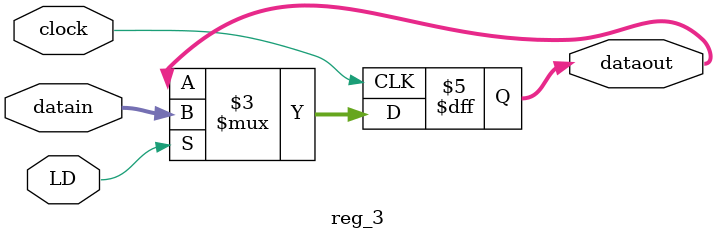
<source format=v>
module reg_3 (//R
input clock,
input LD,
input [15:0] datain,
output reg [15:0] dataout
);

always @(posedge clock) 
begin
    if (LD==1)
        dataout<= datain;   
end 
endmodule
</source>
